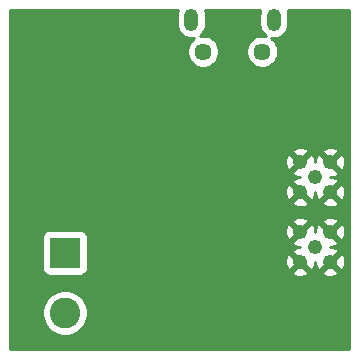
<source format=gbl>
G04 #@! TF.GenerationSoftware,KiCad,Pcbnew,(5.1.5-0)*
G04 #@! TF.CreationDate,2021-08-18T08:54:09-06:00*
G04 #@! TF.ProjectId,imon,696d6f6e-2e6b-4696-9361-645f70636258,rev?*
G04 #@! TF.SameCoordinates,Original*
G04 #@! TF.FileFunction,Copper,L2,Bot*
G04 #@! TF.FilePolarity,Positive*
%FSLAX46Y46*%
G04 Gerber Fmt 4.6, Leading zero omitted, Abs format (unit mm)*
G04 Created by KiCad (PCBNEW (5.1.5-0)) date 2021-08-18 08:54:09*
%MOMM*%
%LPD*%
G04 APERTURE LIST*
%ADD10C,1.240000*%
%ADD11C,2.600000*%
%ADD12R,2.600000X2.600000*%
%ADD13O,1.200000X1.900000*%
%ADD14C,1.450000*%
%ADD15C,0.254000*%
G04 APERTURE END LIST*
D10*
X145230000Y-91970000D03*
X147770000Y-89430000D03*
X147770000Y-91970000D03*
X145230000Y-89430000D03*
X146500000Y-90700000D03*
X145230000Y-86070000D03*
X147770000Y-83530000D03*
X147770000Y-86070000D03*
X145230000Y-83530000D03*
X146500000Y-84800000D03*
D11*
X125300000Y-96280000D03*
D12*
X125300000Y-91200000D03*
D13*
X136000000Y-71462500D03*
X143000000Y-71462500D03*
D14*
X137000000Y-74162500D03*
X142000000Y-74162500D03*
D15*
G36*
X134782870Y-70870398D02*
G01*
X134765000Y-71051835D01*
X134765000Y-71873164D01*
X134782870Y-72054601D01*
X134853489Y-72287400D01*
X134968167Y-72501948D01*
X135122498Y-72690002D01*
X135310551Y-72844333D01*
X135525099Y-72959011D01*
X135757898Y-73029630D01*
X136000000Y-73053475D01*
X136242101Y-73029630D01*
X136252035Y-73026616D01*
X136133051Y-73106119D01*
X135943619Y-73295551D01*
X135794784Y-73518299D01*
X135692264Y-73765803D01*
X135640000Y-74028552D01*
X135640000Y-74296448D01*
X135692264Y-74559197D01*
X135794784Y-74806701D01*
X135943619Y-75029449D01*
X136133051Y-75218881D01*
X136355799Y-75367716D01*
X136603303Y-75470236D01*
X136866052Y-75522500D01*
X137133948Y-75522500D01*
X137396697Y-75470236D01*
X137644201Y-75367716D01*
X137866949Y-75218881D01*
X138056381Y-75029449D01*
X138205216Y-74806701D01*
X138307736Y-74559197D01*
X138360000Y-74296448D01*
X138360000Y-74028552D01*
X138307736Y-73765803D01*
X138205216Y-73518299D01*
X138056381Y-73295551D01*
X137866949Y-73106119D01*
X137644201Y-72957284D01*
X137396697Y-72854764D01*
X137133948Y-72802500D01*
X136866052Y-72802500D01*
X136700231Y-72835484D01*
X136877502Y-72690002D01*
X137031833Y-72501949D01*
X137146511Y-72287401D01*
X137217130Y-72054602D01*
X137235000Y-71873165D01*
X137235000Y-71051836D01*
X137217130Y-70870399D01*
X137153306Y-70660000D01*
X141846694Y-70660000D01*
X141782870Y-70870399D01*
X141765000Y-71051836D01*
X141765000Y-71873165D01*
X141782870Y-72054602D01*
X141853489Y-72287401D01*
X141968168Y-72501949D01*
X142122499Y-72690002D01*
X142299769Y-72835484D01*
X142133948Y-72802500D01*
X141866052Y-72802500D01*
X141603303Y-72854764D01*
X141355799Y-72957284D01*
X141133051Y-73106119D01*
X140943619Y-73295551D01*
X140794784Y-73518299D01*
X140692264Y-73765803D01*
X140640000Y-74028552D01*
X140640000Y-74296448D01*
X140692264Y-74559197D01*
X140794784Y-74806701D01*
X140943619Y-75029449D01*
X141133051Y-75218881D01*
X141355799Y-75367716D01*
X141603303Y-75470236D01*
X141866052Y-75522500D01*
X142133948Y-75522500D01*
X142396697Y-75470236D01*
X142644201Y-75367716D01*
X142866949Y-75218881D01*
X143056381Y-75029449D01*
X143205216Y-74806701D01*
X143307736Y-74559197D01*
X143360000Y-74296448D01*
X143360000Y-74028552D01*
X143307736Y-73765803D01*
X143205216Y-73518299D01*
X143056381Y-73295551D01*
X142866949Y-73106119D01*
X142747965Y-73026616D01*
X142757899Y-73029630D01*
X143000000Y-73053475D01*
X143242102Y-73029630D01*
X143474901Y-72959011D01*
X143689449Y-72844333D01*
X143877502Y-72690002D01*
X144031833Y-72501949D01*
X144146511Y-72287401D01*
X144217130Y-72054601D01*
X144235000Y-71873164D01*
X144235000Y-71051835D01*
X144217130Y-70870398D01*
X144153306Y-70660000D01*
X149340000Y-70660000D01*
X149340001Y-99340000D01*
X120660000Y-99340000D01*
X120660000Y-96089419D01*
X123365000Y-96089419D01*
X123365000Y-96470581D01*
X123439361Y-96844419D01*
X123585225Y-97196566D01*
X123796987Y-97513491D01*
X124066509Y-97783013D01*
X124383434Y-97994775D01*
X124735581Y-98140639D01*
X125109419Y-98215000D01*
X125490581Y-98215000D01*
X125864419Y-98140639D01*
X126216566Y-97994775D01*
X126533491Y-97783013D01*
X126803013Y-97513491D01*
X127014775Y-97196566D01*
X127160639Y-96844419D01*
X127235000Y-96470581D01*
X127235000Y-96089419D01*
X127160639Y-95715581D01*
X127014775Y-95363434D01*
X126803013Y-95046509D01*
X126533491Y-94776987D01*
X126216566Y-94565225D01*
X125864419Y-94419361D01*
X125490581Y-94345000D01*
X125109419Y-94345000D01*
X124735581Y-94419361D01*
X124383434Y-94565225D01*
X124066509Y-94776987D01*
X123796987Y-95046509D01*
X123585225Y-95363434D01*
X123439361Y-95715581D01*
X123365000Y-96089419D01*
X120660000Y-96089419D01*
X120660000Y-89900000D01*
X123361928Y-89900000D01*
X123361928Y-92500000D01*
X123374188Y-92624482D01*
X123410498Y-92744180D01*
X123469463Y-92854494D01*
X123548815Y-92951185D01*
X123645506Y-93030537D01*
X123755820Y-93089502D01*
X123875518Y-93125812D01*
X124000000Y-93138072D01*
X126600000Y-93138072D01*
X126724482Y-93125812D01*
X126844180Y-93089502D01*
X126954494Y-93030537D01*
X127051185Y-92951185D01*
X127130537Y-92854494D01*
X127141452Y-92834072D01*
X144545533Y-92834072D01*
X144595274Y-93059691D01*
X144820058Y-93162582D01*
X145060596Y-93219642D01*
X145307645Y-93228680D01*
X145551709Y-93189347D01*
X145783410Y-93103156D01*
X145864726Y-93059691D01*
X145914467Y-92834072D01*
X147085533Y-92834072D01*
X147135274Y-93059691D01*
X147360058Y-93162582D01*
X147600596Y-93219642D01*
X147847645Y-93228680D01*
X148091709Y-93189347D01*
X148323410Y-93103156D01*
X148404726Y-93059691D01*
X148454467Y-92834072D01*
X147770000Y-92149605D01*
X147085533Y-92834072D01*
X145914467Y-92834072D01*
X145230000Y-92149605D01*
X144545533Y-92834072D01*
X127141452Y-92834072D01*
X127189502Y-92744180D01*
X127225812Y-92624482D01*
X127238072Y-92500000D01*
X127238072Y-92047645D01*
X143971320Y-92047645D01*
X144010653Y-92291709D01*
X144096844Y-92523410D01*
X144140309Y-92604726D01*
X144365928Y-92654467D01*
X145050395Y-91970000D01*
X144365928Y-91285533D01*
X144140309Y-91335274D01*
X144037418Y-91560058D01*
X143980358Y-91800596D01*
X143971320Y-92047645D01*
X127238072Y-92047645D01*
X127238072Y-90294072D01*
X144545533Y-90294072D01*
X144595274Y-90519691D01*
X144820058Y-90622582D01*
X145060596Y-90679642D01*
X145245000Y-90686388D01*
X145245000Y-90714709D01*
X145152355Y-90711320D01*
X144908291Y-90750653D01*
X144676590Y-90836844D01*
X144595274Y-90880309D01*
X144545533Y-91105928D01*
X145230000Y-91790395D01*
X145244143Y-91776253D01*
X145423748Y-91955858D01*
X145409605Y-91970000D01*
X146094072Y-92654467D01*
X146319691Y-92604726D01*
X146422582Y-92379942D01*
X146479642Y-92139404D01*
X146486388Y-91955000D01*
X146514709Y-91955000D01*
X146511320Y-92047645D01*
X146550653Y-92291709D01*
X146636844Y-92523410D01*
X146680309Y-92604726D01*
X146905928Y-92654467D01*
X147590395Y-91970000D01*
X147949605Y-91970000D01*
X148634072Y-92654467D01*
X148859691Y-92604726D01*
X148962582Y-92379942D01*
X149019642Y-92139404D01*
X149028680Y-91892355D01*
X148989347Y-91648291D01*
X148903156Y-91416590D01*
X148859691Y-91335274D01*
X148634072Y-91285533D01*
X147949605Y-91970000D01*
X147590395Y-91970000D01*
X147576253Y-91955858D01*
X147755858Y-91776253D01*
X147770000Y-91790395D01*
X148454467Y-91105928D01*
X148404726Y-90880309D01*
X148179942Y-90777418D01*
X147939404Y-90720358D01*
X147755000Y-90713612D01*
X147755000Y-90685291D01*
X147847645Y-90688680D01*
X148091709Y-90649347D01*
X148323410Y-90563156D01*
X148404726Y-90519691D01*
X148454467Y-90294072D01*
X147770000Y-89609605D01*
X147755858Y-89623748D01*
X147576253Y-89444143D01*
X147590395Y-89430000D01*
X147949605Y-89430000D01*
X148634072Y-90114467D01*
X148859691Y-90064726D01*
X148962582Y-89839942D01*
X149019642Y-89599404D01*
X149028680Y-89352355D01*
X148989347Y-89108291D01*
X148903156Y-88876590D01*
X148859691Y-88795274D01*
X148634072Y-88745533D01*
X147949605Y-89430000D01*
X147590395Y-89430000D01*
X146905928Y-88745533D01*
X146680309Y-88795274D01*
X146577418Y-89020058D01*
X146520358Y-89260596D01*
X146513612Y-89445000D01*
X146485291Y-89445000D01*
X146488680Y-89352355D01*
X146449347Y-89108291D01*
X146363156Y-88876590D01*
X146319691Y-88795274D01*
X146094072Y-88745533D01*
X145409605Y-89430000D01*
X145423748Y-89444143D01*
X145244143Y-89623748D01*
X145230000Y-89609605D01*
X144545533Y-90294072D01*
X127238072Y-90294072D01*
X127238072Y-89900000D01*
X127225812Y-89775518D01*
X127189502Y-89655820D01*
X127130537Y-89545506D01*
X127099466Y-89507645D01*
X143971320Y-89507645D01*
X144010653Y-89751709D01*
X144096844Y-89983410D01*
X144140309Y-90064726D01*
X144365928Y-90114467D01*
X145050395Y-89430000D01*
X144365928Y-88745533D01*
X144140309Y-88795274D01*
X144037418Y-89020058D01*
X143980358Y-89260596D01*
X143971320Y-89507645D01*
X127099466Y-89507645D01*
X127051185Y-89448815D01*
X126954494Y-89369463D01*
X126844180Y-89310498D01*
X126724482Y-89274188D01*
X126600000Y-89261928D01*
X124000000Y-89261928D01*
X123875518Y-89274188D01*
X123755820Y-89310498D01*
X123645506Y-89369463D01*
X123548815Y-89448815D01*
X123469463Y-89545506D01*
X123410498Y-89655820D01*
X123374188Y-89775518D01*
X123361928Y-89900000D01*
X120660000Y-89900000D01*
X120660000Y-88565928D01*
X144545533Y-88565928D01*
X145230000Y-89250395D01*
X145914467Y-88565928D01*
X147085533Y-88565928D01*
X147770000Y-89250395D01*
X148454467Y-88565928D01*
X148404726Y-88340309D01*
X148179942Y-88237418D01*
X147939404Y-88180358D01*
X147692355Y-88171320D01*
X147448291Y-88210653D01*
X147216590Y-88296844D01*
X147135274Y-88340309D01*
X147085533Y-88565928D01*
X145914467Y-88565928D01*
X145864726Y-88340309D01*
X145639942Y-88237418D01*
X145399404Y-88180358D01*
X145152355Y-88171320D01*
X144908291Y-88210653D01*
X144676590Y-88296844D01*
X144595274Y-88340309D01*
X144545533Y-88565928D01*
X120660000Y-88565928D01*
X120660000Y-86934072D01*
X144545533Y-86934072D01*
X144595274Y-87159691D01*
X144820058Y-87262582D01*
X145060596Y-87319642D01*
X145307645Y-87328680D01*
X145551709Y-87289347D01*
X145783410Y-87203156D01*
X145864726Y-87159691D01*
X145914467Y-86934072D01*
X147085533Y-86934072D01*
X147135274Y-87159691D01*
X147360058Y-87262582D01*
X147600596Y-87319642D01*
X147847645Y-87328680D01*
X148091709Y-87289347D01*
X148323410Y-87203156D01*
X148404726Y-87159691D01*
X148454467Y-86934072D01*
X147770000Y-86249605D01*
X147085533Y-86934072D01*
X145914467Y-86934072D01*
X145230000Y-86249605D01*
X144545533Y-86934072D01*
X120660000Y-86934072D01*
X120660000Y-86147645D01*
X143971320Y-86147645D01*
X144010653Y-86391709D01*
X144096844Y-86623410D01*
X144140309Y-86704726D01*
X144365928Y-86754467D01*
X145050395Y-86070000D01*
X144365928Y-85385533D01*
X144140309Y-85435274D01*
X144037418Y-85660058D01*
X143980358Y-85900596D01*
X143971320Y-86147645D01*
X120660000Y-86147645D01*
X120660000Y-84394072D01*
X144545533Y-84394072D01*
X144595274Y-84619691D01*
X144820058Y-84722582D01*
X145060596Y-84779642D01*
X145245000Y-84786388D01*
X145245000Y-84814709D01*
X145152355Y-84811320D01*
X144908291Y-84850653D01*
X144676590Y-84936844D01*
X144595274Y-84980309D01*
X144545533Y-85205928D01*
X145230000Y-85890395D01*
X145244143Y-85876253D01*
X145423748Y-86055858D01*
X145409605Y-86070000D01*
X146094072Y-86754467D01*
X146319691Y-86704726D01*
X146422582Y-86479942D01*
X146479642Y-86239404D01*
X146486388Y-86055000D01*
X146514709Y-86055000D01*
X146511320Y-86147645D01*
X146550653Y-86391709D01*
X146636844Y-86623410D01*
X146680309Y-86704726D01*
X146905928Y-86754467D01*
X147590395Y-86070000D01*
X147949605Y-86070000D01*
X148634072Y-86754467D01*
X148859691Y-86704726D01*
X148962582Y-86479942D01*
X149019642Y-86239404D01*
X149028680Y-85992355D01*
X148989347Y-85748291D01*
X148903156Y-85516590D01*
X148859691Y-85435274D01*
X148634072Y-85385533D01*
X147949605Y-86070000D01*
X147590395Y-86070000D01*
X147576253Y-86055858D01*
X147755858Y-85876253D01*
X147770000Y-85890395D01*
X148454467Y-85205928D01*
X148404726Y-84980309D01*
X148179942Y-84877418D01*
X147939404Y-84820358D01*
X147755000Y-84813612D01*
X147755000Y-84785291D01*
X147847645Y-84788680D01*
X148091709Y-84749347D01*
X148323410Y-84663156D01*
X148404726Y-84619691D01*
X148454467Y-84394072D01*
X147770000Y-83709605D01*
X147755858Y-83723748D01*
X147576253Y-83544143D01*
X147590395Y-83530000D01*
X147949605Y-83530000D01*
X148634072Y-84214467D01*
X148859691Y-84164726D01*
X148962582Y-83939942D01*
X149019642Y-83699404D01*
X149028680Y-83452355D01*
X148989347Y-83208291D01*
X148903156Y-82976590D01*
X148859691Y-82895274D01*
X148634072Y-82845533D01*
X147949605Y-83530000D01*
X147590395Y-83530000D01*
X146905928Y-82845533D01*
X146680309Y-82895274D01*
X146577418Y-83120058D01*
X146520358Y-83360596D01*
X146513612Y-83545000D01*
X146485291Y-83545000D01*
X146488680Y-83452355D01*
X146449347Y-83208291D01*
X146363156Y-82976590D01*
X146319691Y-82895274D01*
X146094072Y-82845533D01*
X145409605Y-83530000D01*
X145423748Y-83544143D01*
X145244143Y-83723748D01*
X145230000Y-83709605D01*
X144545533Y-84394072D01*
X120660000Y-84394072D01*
X120660000Y-83607645D01*
X143971320Y-83607645D01*
X144010653Y-83851709D01*
X144096844Y-84083410D01*
X144140309Y-84164726D01*
X144365928Y-84214467D01*
X145050395Y-83530000D01*
X144365928Y-82845533D01*
X144140309Y-82895274D01*
X144037418Y-83120058D01*
X143980358Y-83360596D01*
X143971320Y-83607645D01*
X120660000Y-83607645D01*
X120660000Y-82665928D01*
X144545533Y-82665928D01*
X145230000Y-83350395D01*
X145914467Y-82665928D01*
X147085533Y-82665928D01*
X147770000Y-83350395D01*
X148454467Y-82665928D01*
X148404726Y-82440309D01*
X148179942Y-82337418D01*
X147939404Y-82280358D01*
X147692355Y-82271320D01*
X147448291Y-82310653D01*
X147216590Y-82396844D01*
X147135274Y-82440309D01*
X147085533Y-82665928D01*
X145914467Y-82665928D01*
X145864726Y-82440309D01*
X145639942Y-82337418D01*
X145399404Y-82280358D01*
X145152355Y-82271320D01*
X144908291Y-82310653D01*
X144676590Y-82396844D01*
X144595274Y-82440309D01*
X144545533Y-82665928D01*
X120660000Y-82665928D01*
X120660000Y-70660000D01*
X134846694Y-70660000D01*
X134782870Y-70870398D01*
G37*
X134782870Y-70870398D02*
X134765000Y-71051835D01*
X134765000Y-71873164D01*
X134782870Y-72054601D01*
X134853489Y-72287400D01*
X134968167Y-72501948D01*
X135122498Y-72690002D01*
X135310551Y-72844333D01*
X135525099Y-72959011D01*
X135757898Y-73029630D01*
X136000000Y-73053475D01*
X136242101Y-73029630D01*
X136252035Y-73026616D01*
X136133051Y-73106119D01*
X135943619Y-73295551D01*
X135794784Y-73518299D01*
X135692264Y-73765803D01*
X135640000Y-74028552D01*
X135640000Y-74296448D01*
X135692264Y-74559197D01*
X135794784Y-74806701D01*
X135943619Y-75029449D01*
X136133051Y-75218881D01*
X136355799Y-75367716D01*
X136603303Y-75470236D01*
X136866052Y-75522500D01*
X137133948Y-75522500D01*
X137396697Y-75470236D01*
X137644201Y-75367716D01*
X137866949Y-75218881D01*
X138056381Y-75029449D01*
X138205216Y-74806701D01*
X138307736Y-74559197D01*
X138360000Y-74296448D01*
X138360000Y-74028552D01*
X138307736Y-73765803D01*
X138205216Y-73518299D01*
X138056381Y-73295551D01*
X137866949Y-73106119D01*
X137644201Y-72957284D01*
X137396697Y-72854764D01*
X137133948Y-72802500D01*
X136866052Y-72802500D01*
X136700231Y-72835484D01*
X136877502Y-72690002D01*
X137031833Y-72501949D01*
X137146511Y-72287401D01*
X137217130Y-72054602D01*
X137235000Y-71873165D01*
X137235000Y-71051836D01*
X137217130Y-70870399D01*
X137153306Y-70660000D01*
X141846694Y-70660000D01*
X141782870Y-70870399D01*
X141765000Y-71051836D01*
X141765000Y-71873165D01*
X141782870Y-72054602D01*
X141853489Y-72287401D01*
X141968168Y-72501949D01*
X142122499Y-72690002D01*
X142299769Y-72835484D01*
X142133948Y-72802500D01*
X141866052Y-72802500D01*
X141603303Y-72854764D01*
X141355799Y-72957284D01*
X141133051Y-73106119D01*
X140943619Y-73295551D01*
X140794784Y-73518299D01*
X140692264Y-73765803D01*
X140640000Y-74028552D01*
X140640000Y-74296448D01*
X140692264Y-74559197D01*
X140794784Y-74806701D01*
X140943619Y-75029449D01*
X141133051Y-75218881D01*
X141355799Y-75367716D01*
X141603303Y-75470236D01*
X141866052Y-75522500D01*
X142133948Y-75522500D01*
X142396697Y-75470236D01*
X142644201Y-75367716D01*
X142866949Y-75218881D01*
X143056381Y-75029449D01*
X143205216Y-74806701D01*
X143307736Y-74559197D01*
X143360000Y-74296448D01*
X143360000Y-74028552D01*
X143307736Y-73765803D01*
X143205216Y-73518299D01*
X143056381Y-73295551D01*
X142866949Y-73106119D01*
X142747965Y-73026616D01*
X142757899Y-73029630D01*
X143000000Y-73053475D01*
X143242102Y-73029630D01*
X143474901Y-72959011D01*
X143689449Y-72844333D01*
X143877502Y-72690002D01*
X144031833Y-72501949D01*
X144146511Y-72287401D01*
X144217130Y-72054601D01*
X144235000Y-71873164D01*
X144235000Y-71051835D01*
X144217130Y-70870398D01*
X144153306Y-70660000D01*
X149340000Y-70660000D01*
X149340001Y-99340000D01*
X120660000Y-99340000D01*
X120660000Y-96089419D01*
X123365000Y-96089419D01*
X123365000Y-96470581D01*
X123439361Y-96844419D01*
X123585225Y-97196566D01*
X123796987Y-97513491D01*
X124066509Y-97783013D01*
X124383434Y-97994775D01*
X124735581Y-98140639D01*
X125109419Y-98215000D01*
X125490581Y-98215000D01*
X125864419Y-98140639D01*
X126216566Y-97994775D01*
X126533491Y-97783013D01*
X126803013Y-97513491D01*
X127014775Y-97196566D01*
X127160639Y-96844419D01*
X127235000Y-96470581D01*
X127235000Y-96089419D01*
X127160639Y-95715581D01*
X127014775Y-95363434D01*
X126803013Y-95046509D01*
X126533491Y-94776987D01*
X126216566Y-94565225D01*
X125864419Y-94419361D01*
X125490581Y-94345000D01*
X125109419Y-94345000D01*
X124735581Y-94419361D01*
X124383434Y-94565225D01*
X124066509Y-94776987D01*
X123796987Y-95046509D01*
X123585225Y-95363434D01*
X123439361Y-95715581D01*
X123365000Y-96089419D01*
X120660000Y-96089419D01*
X120660000Y-89900000D01*
X123361928Y-89900000D01*
X123361928Y-92500000D01*
X123374188Y-92624482D01*
X123410498Y-92744180D01*
X123469463Y-92854494D01*
X123548815Y-92951185D01*
X123645506Y-93030537D01*
X123755820Y-93089502D01*
X123875518Y-93125812D01*
X124000000Y-93138072D01*
X126600000Y-93138072D01*
X126724482Y-93125812D01*
X126844180Y-93089502D01*
X126954494Y-93030537D01*
X127051185Y-92951185D01*
X127130537Y-92854494D01*
X127141452Y-92834072D01*
X144545533Y-92834072D01*
X144595274Y-93059691D01*
X144820058Y-93162582D01*
X145060596Y-93219642D01*
X145307645Y-93228680D01*
X145551709Y-93189347D01*
X145783410Y-93103156D01*
X145864726Y-93059691D01*
X145914467Y-92834072D01*
X147085533Y-92834072D01*
X147135274Y-93059691D01*
X147360058Y-93162582D01*
X147600596Y-93219642D01*
X147847645Y-93228680D01*
X148091709Y-93189347D01*
X148323410Y-93103156D01*
X148404726Y-93059691D01*
X148454467Y-92834072D01*
X147770000Y-92149605D01*
X147085533Y-92834072D01*
X145914467Y-92834072D01*
X145230000Y-92149605D01*
X144545533Y-92834072D01*
X127141452Y-92834072D01*
X127189502Y-92744180D01*
X127225812Y-92624482D01*
X127238072Y-92500000D01*
X127238072Y-92047645D01*
X143971320Y-92047645D01*
X144010653Y-92291709D01*
X144096844Y-92523410D01*
X144140309Y-92604726D01*
X144365928Y-92654467D01*
X145050395Y-91970000D01*
X144365928Y-91285533D01*
X144140309Y-91335274D01*
X144037418Y-91560058D01*
X143980358Y-91800596D01*
X143971320Y-92047645D01*
X127238072Y-92047645D01*
X127238072Y-90294072D01*
X144545533Y-90294072D01*
X144595274Y-90519691D01*
X144820058Y-90622582D01*
X145060596Y-90679642D01*
X145245000Y-90686388D01*
X145245000Y-90714709D01*
X145152355Y-90711320D01*
X144908291Y-90750653D01*
X144676590Y-90836844D01*
X144595274Y-90880309D01*
X144545533Y-91105928D01*
X145230000Y-91790395D01*
X145244143Y-91776253D01*
X145423748Y-91955858D01*
X145409605Y-91970000D01*
X146094072Y-92654467D01*
X146319691Y-92604726D01*
X146422582Y-92379942D01*
X146479642Y-92139404D01*
X146486388Y-91955000D01*
X146514709Y-91955000D01*
X146511320Y-92047645D01*
X146550653Y-92291709D01*
X146636844Y-92523410D01*
X146680309Y-92604726D01*
X146905928Y-92654467D01*
X147590395Y-91970000D01*
X147949605Y-91970000D01*
X148634072Y-92654467D01*
X148859691Y-92604726D01*
X148962582Y-92379942D01*
X149019642Y-92139404D01*
X149028680Y-91892355D01*
X148989347Y-91648291D01*
X148903156Y-91416590D01*
X148859691Y-91335274D01*
X148634072Y-91285533D01*
X147949605Y-91970000D01*
X147590395Y-91970000D01*
X147576253Y-91955858D01*
X147755858Y-91776253D01*
X147770000Y-91790395D01*
X148454467Y-91105928D01*
X148404726Y-90880309D01*
X148179942Y-90777418D01*
X147939404Y-90720358D01*
X147755000Y-90713612D01*
X147755000Y-90685291D01*
X147847645Y-90688680D01*
X148091709Y-90649347D01*
X148323410Y-90563156D01*
X148404726Y-90519691D01*
X148454467Y-90294072D01*
X147770000Y-89609605D01*
X147755858Y-89623748D01*
X147576253Y-89444143D01*
X147590395Y-89430000D01*
X147949605Y-89430000D01*
X148634072Y-90114467D01*
X148859691Y-90064726D01*
X148962582Y-89839942D01*
X149019642Y-89599404D01*
X149028680Y-89352355D01*
X148989347Y-89108291D01*
X148903156Y-88876590D01*
X148859691Y-88795274D01*
X148634072Y-88745533D01*
X147949605Y-89430000D01*
X147590395Y-89430000D01*
X146905928Y-88745533D01*
X146680309Y-88795274D01*
X146577418Y-89020058D01*
X146520358Y-89260596D01*
X146513612Y-89445000D01*
X146485291Y-89445000D01*
X146488680Y-89352355D01*
X146449347Y-89108291D01*
X146363156Y-88876590D01*
X146319691Y-88795274D01*
X146094072Y-88745533D01*
X145409605Y-89430000D01*
X145423748Y-89444143D01*
X145244143Y-89623748D01*
X145230000Y-89609605D01*
X144545533Y-90294072D01*
X127238072Y-90294072D01*
X127238072Y-89900000D01*
X127225812Y-89775518D01*
X127189502Y-89655820D01*
X127130537Y-89545506D01*
X127099466Y-89507645D01*
X143971320Y-89507645D01*
X144010653Y-89751709D01*
X144096844Y-89983410D01*
X144140309Y-90064726D01*
X144365928Y-90114467D01*
X145050395Y-89430000D01*
X144365928Y-88745533D01*
X144140309Y-88795274D01*
X144037418Y-89020058D01*
X143980358Y-89260596D01*
X143971320Y-89507645D01*
X127099466Y-89507645D01*
X127051185Y-89448815D01*
X126954494Y-89369463D01*
X126844180Y-89310498D01*
X126724482Y-89274188D01*
X126600000Y-89261928D01*
X124000000Y-89261928D01*
X123875518Y-89274188D01*
X123755820Y-89310498D01*
X123645506Y-89369463D01*
X123548815Y-89448815D01*
X123469463Y-89545506D01*
X123410498Y-89655820D01*
X123374188Y-89775518D01*
X123361928Y-89900000D01*
X120660000Y-89900000D01*
X120660000Y-88565928D01*
X144545533Y-88565928D01*
X145230000Y-89250395D01*
X145914467Y-88565928D01*
X147085533Y-88565928D01*
X147770000Y-89250395D01*
X148454467Y-88565928D01*
X148404726Y-88340309D01*
X148179942Y-88237418D01*
X147939404Y-88180358D01*
X147692355Y-88171320D01*
X147448291Y-88210653D01*
X147216590Y-88296844D01*
X147135274Y-88340309D01*
X147085533Y-88565928D01*
X145914467Y-88565928D01*
X145864726Y-88340309D01*
X145639942Y-88237418D01*
X145399404Y-88180358D01*
X145152355Y-88171320D01*
X144908291Y-88210653D01*
X144676590Y-88296844D01*
X144595274Y-88340309D01*
X144545533Y-88565928D01*
X120660000Y-88565928D01*
X120660000Y-86934072D01*
X144545533Y-86934072D01*
X144595274Y-87159691D01*
X144820058Y-87262582D01*
X145060596Y-87319642D01*
X145307645Y-87328680D01*
X145551709Y-87289347D01*
X145783410Y-87203156D01*
X145864726Y-87159691D01*
X145914467Y-86934072D01*
X147085533Y-86934072D01*
X147135274Y-87159691D01*
X147360058Y-87262582D01*
X147600596Y-87319642D01*
X147847645Y-87328680D01*
X148091709Y-87289347D01*
X148323410Y-87203156D01*
X148404726Y-87159691D01*
X148454467Y-86934072D01*
X147770000Y-86249605D01*
X147085533Y-86934072D01*
X145914467Y-86934072D01*
X145230000Y-86249605D01*
X144545533Y-86934072D01*
X120660000Y-86934072D01*
X120660000Y-86147645D01*
X143971320Y-86147645D01*
X144010653Y-86391709D01*
X144096844Y-86623410D01*
X144140309Y-86704726D01*
X144365928Y-86754467D01*
X145050395Y-86070000D01*
X144365928Y-85385533D01*
X144140309Y-85435274D01*
X144037418Y-85660058D01*
X143980358Y-85900596D01*
X143971320Y-86147645D01*
X120660000Y-86147645D01*
X120660000Y-84394072D01*
X144545533Y-84394072D01*
X144595274Y-84619691D01*
X144820058Y-84722582D01*
X145060596Y-84779642D01*
X145245000Y-84786388D01*
X145245000Y-84814709D01*
X145152355Y-84811320D01*
X144908291Y-84850653D01*
X144676590Y-84936844D01*
X144595274Y-84980309D01*
X144545533Y-85205928D01*
X145230000Y-85890395D01*
X145244143Y-85876253D01*
X145423748Y-86055858D01*
X145409605Y-86070000D01*
X146094072Y-86754467D01*
X146319691Y-86704726D01*
X146422582Y-86479942D01*
X146479642Y-86239404D01*
X146486388Y-86055000D01*
X146514709Y-86055000D01*
X146511320Y-86147645D01*
X146550653Y-86391709D01*
X146636844Y-86623410D01*
X146680309Y-86704726D01*
X146905928Y-86754467D01*
X147590395Y-86070000D01*
X147949605Y-86070000D01*
X148634072Y-86754467D01*
X148859691Y-86704726D01*
X148962582Y-86479942D01*
X149019642Y-86239404D01*
X149028680Y-85992355D01*
X148989347Y-85748291D01*
X148903156Y-85516590D01*
X148859691Y-85435274D01*
X148634072Y-85385533D01*
X147949605Y-86070000D01*
X147590395Y-86070000D01*
X147576253Y-86055858D01*
X147755858Y-85876253D01*
X147770000Y-85890395D01*
X148454467Y-85205928D01*
X148404726Y-84980309D01*
X148179942Y-84877418D01*
X147939404Y-84820358D01*
X147755000Y-84813612D01*
X147755000Y-84785291D01*
X147847645Y-84788680D01*
X148091709Y-84749347D01*
X148323410Y-84663156D01*
X148404726Y-84619691D01*
X148454467Y-84394072D01*
X147770000Y-83709605D01*
X147755858Y-83723748D01*
X147576253Y-83544143D01*
X147590395Y-83530000D01*
X147949605Y-83530000D01*
X148634072Y-84214467D01*
X148859691Y-84164726D01*
X148962582Y-83939942D01*
X149019642Y-83699404D01*
X149028680Y-83452355D01*
X148989347Y-83208291D01*
X148903156Y-82976590D01*
X148859691Y-82895274D01*
X148634072Y-82845533D01*
X147949605Y-83530000D01*
X147590395Y-83530000D01*
X146905928Y-82845533D01*
X146680309Y-82895274D01*
X146577418Y-83120058D01*
X146520358Y-83360596D01*
X146513612Y-83545000D01*
X146485291Y-83545000D01*
X146488680Y-83452355D01*
X146449347Y-83208291D01*
X146363156Y-82976590D01*
X146319691Y-82895274D01*
X146094072Y-82845533D01*
X145409605Y-83530000D01*
X145423748Y-83544143D01*
X145244143Y-83723748D01*
X145230000Y-83709605D01*
X144545533Y-84394072D01*
X120660000Y-84394072D01*
X120660000Y-83607645D01*
X143971320Y-83607645D01*
X144010653Y-83851709D01*
X144096844Y-84083410D01*
X144140309Y-84164726D01*
X144365928Y-84214467D01*
X145050395Y-83530000D01*
X144365928Y-82845533D01*
X144140309Y-82895274D01*
X144037418Y-83120058D01*
X143980358Y-83360596D01*
X143971320Y-83607645D01*
X120660000Y-83607645D01*
X120660000Y-82665928D01*
X144545533Y-82665928D01*
X145230000Y-83350395D01*
X145914467Y-82665928D01*
X147085533Y-82665928D01*
X147770000Y-83350395D01*
X148454467Y-82665928D01*
X148404726Y-82440309D01*
X148179942Y-82337418D01*
X147939404Y-82280358D01*
X147692355Y-82271320D01*
X147448291Y-82310653D01*
X147216590Y-82396844D01*
X147135274Y-82440309D01*
X147085533Y-82665928D01*
X145914467Y-82665928D01*
X145864726Y-82440309D01*
X145639942Y-82337418D01*
X145399404Y-82280358D01*
X145152355Y-82271320D01*
X144908291Y-82310653D01*
X144676590Y-82396844D01*
X144595274Y-82440309D01*
X144545533Y-82665928D01*
X120660000Y-82665928D01*
X120660000Y-70660000D01*
X134846694Y-70660000D01*
X134782870Y-70870398D01*
M02*

</source>
